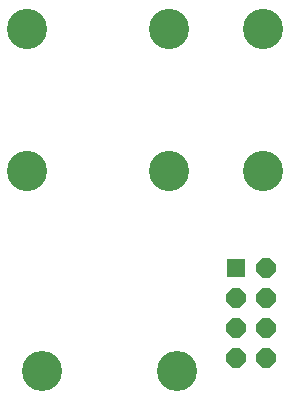
<source format=gbr>
G04 EAGLE Gerber RS-274X export*
G75*
%MOMM*%
%FSLAX34Y34*%
%LPD*%
%INSoldermask Bottom*%
%IPPOS*%
%AMOC8*
5,1,8,0,0,1.08239X$1,22.5*%
G01*
%ADD10C,3.401600*%
%ADD11R,1.625600X1.625600*%
%ADD12P,1.759533X8X292.500000*%
%ADD13C,3.403600*%


D10*
X157150Y50500D03*
X42850Y50500D03*
D11*
X207300Y138100D03*
D12*
X232700Y138100D03*
X207300Y112700D03*
X232700Y112700D03*
X207300Y87300D03*
X232700Y87300D03*
X207300Y61900D03*
X232700Y61900D03*
D13*
X30000Y340000D03*
X150000Y340000D03*
X30000Y220000D03*
X150000Y220000D03*
X230000Y340000D03*
X230000Y220000D03*
M02*

</source>
